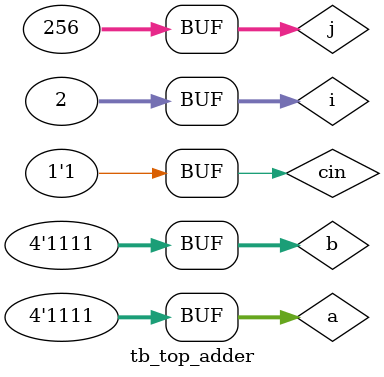
<source format=v>
`timescale 1ns / 1ps

module tb_top_adder();
reg [3:0] a;
reg [3:0] b;
reg cin;
wire [3:0] sum;
wire cout;
top_adder uut(
    .a      (a),
    .b      (b),
    .cin    (cin),
    .sum    (sum),
    .cout   (cout)
);
integer i;
integer j;
initial begin
  for (i = 0; i < 2; i = i + 1) begin
        cin=i;
       for (j = 0; j < 256; j = j + 1) begin
           #10 {a, b} = j[7:0];
           #10;
       end
   end
end
endmodule

</source>
